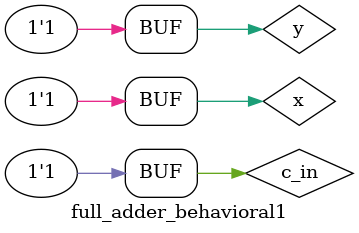
<source format=v>

`timescale 1ns / 1ps

module full_adder_behavioral1;

	// Inputs
	reg x;
	reg y;
  	reg c_in;

	// Outputs
	wire sum;
  	wire c_out;

	// Instantiate the Unit Under Test (UUT)
	full_adder_behavioral uut (
      	.x(x), 
      	.y(y), 
      	.c_in(c_in),
      	.sum(sum),
      	.c_out(c_out)
	);

	initial begin
      $dumpfile("dump.vcd");
      $dumpvars(1); // Xilinx will not generate these two lines
		// Initialize Inputs
		x = 0;
		y = 0;
      	c_in = 0;
      	#100;
      
      	x = 0;
		y = 0;
      	c_in = 1;
      	#100;
        
      	x = 0;
		y = 1;
      	c_in = 0;
      	#100;
      
      	x = 0;
		y = 1;
      	c_in = 1;
      	#100;
        
      	x = 1;
		y = 0;
      	c_in = 0;
      	#100;
       
      	x = 1;
		y = 0;
      	c_in = 1;
      	#100;
      
      	x = 1;
		y = 1;
  		c_in = 0;
      	#100;

      	x = 1;
		y = 1;
  		c_in = 1;
      	#100;
	end
endmodule


</source>
